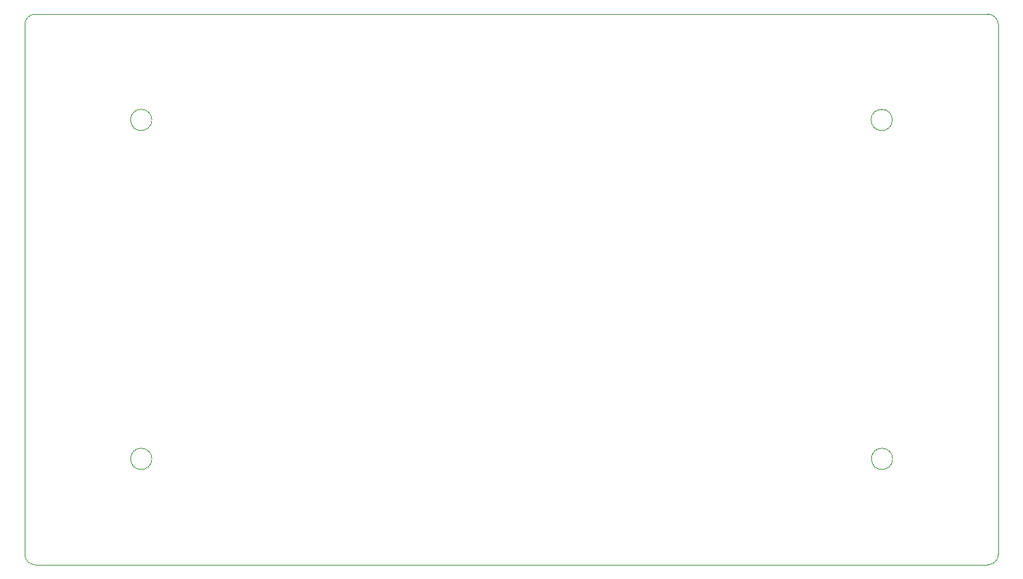
<source format=gbr>
G04 #@! TF.GenerationSoftware,KiCad,Pcbnew,7.0.10-7.0.10~ubuntu22.04.1*
G04 #@! TF.CreationDate,2024-01-06T14:45:44-05:00*
G04 #@! TF.ProjectId,Teensy41_DualMotor,5465656e-7379-4343-915f-4475616c4d6f,1*
G04 #@! TF.SameCoordinates,Original*
G04 #@! TF.FileFunction,Profile,NP*
%FSLAX46Y46*%
G04 Gerber Fmt 4.6, Leading zero omitted, Abs format (unit mm)*
G04 Created by KiCad (PCBNEW 7.0.10-7.0.10~ubuntu22.04.1) date 2024-01-06 14:45:44*
%MOMM*%
%LPD*%
G01*
G04 APERTURE LIST*
G04 #@! TA.AperFunction,Profile*
%ADD10C,0.100000*%
G04 #@! TD*
G04 APERTURE END LIST*
D10*
X140977746Y-82549716D02*
G75*
G03*
X139700000Y-81280002I-1317746J-48310D01*
G01*
X128270000Y-134620000D02*
G75*
G03*
X125730000Y-134620000I-1270000J0D01*
G01*
X125730000Y-134620000D02*
G75*
G03*
X128270000Y-134620000I1270000J0D01*
G01*
X24130000Y-145542000D02*
X24130000Y-146050000D01*
X128234625Y-93980000D02*
G75*
G03*
X125694625Y-93980000I-1270000J0D01*
G01*
X125694625Y-93980000D02*
G75*
G03*
X128234625Y-93980000I1270000J0D01*
G01*
X139700000Y-81280000D02*
X25400000Y-81280000D01*
X25400000Y-147320000D02*
X139700000Y-147320000D01*
X139700000Y-147320000D02*
G75*
G03*
X140970000Y-146050000I0J1270000D01*
G01*
X24130000Y-82550000D02*
X24130000Y-145542000D01*
X25400000Y-81280000D02*
G75*
G03*
X24130000Y-82550000I0J-1270000D01*
G01*
X39370000Y-134620000D02*
G75*
G03*
X36830000Y-134620000I-1270000J0D01*
G01*
X36830000Y-134620000D02*
G75*
G03*
X39370000Y-134620000I1270000J0D01*
G01*
X24130000Y-146050000D02*
G75*
G03*
X25400000Y-147320000I1270000J0D01*
G01*
X39370000Y-93980000D02*
G75*
G03*
X36830000Y-93980000I-1270000J0D01*
G01*
X36830000Y-93980000D02*
G75*
G03*
X39370000Y-93980000I1270000J0D01*
G01*
X140970000Y-146050000D02*
X140970000Y-82550000D01*
M02*

</source>
